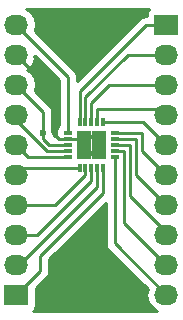
<source format=gbr>
G04 #@! TF.FileFunction,Copper,L1,Top,Signal*
%FSLAX46Y46*%
G04 Gerber Fmt 4.6, Leading zero omitted, Abs format (unit mm)*
G04 Created by KiCad (PCBNEW 0.201505300414+5690~23~ubuntu14.04.1-product) date Sat 27 Jun 2015 05:42:46 PM PDT*
%MOMM*%
G01*
G04 APERTURE LIST*
%ADD10C,0.100000*%
%ADD11R,0.730000X0.300000*%
%ADD12R,0.300000X0.730000*%
%ADD13R,1.250000X1.250000*%
%ADD14R,2.032000X1.727200*%
%ADD15O,2.032000X1.727200*%
%ADD16C,0.600000*%
%ADD17C,0.250000*%
%ADD18C,0.254000*%
G04 APERTURE END LIST*
D10*
D11*
X140275000Y-104410000D03*
X140275000Y-104910000D03*
X140275000Y-105410000D03*
X140275000Y-105910000D03*
X140275000Y-106410000D03*
D12*
X141240000Y-107375000D03*
X141740000Y-107375000D03*
X142240000Y-107375000D03*
X142740000Y-107375000D03*
X143240000Y-107375000D03*
D11*
X144205000Y-106410000D03*
X144205000Y-105910000D03*
X144205000Y-105410000D03*
X144205000Y-104910000D03*
X144205000Y-104410000D03*
D12*
X143240000Y-103445000D03*
X142740000Y-103445000D03*
X142240000Y-103445000D03*
X141740000Y-103445000D03*
X141240000Y-103445000D03*
D13*
X142865000Y-106035000D03*
X142865000Y-104785000D03*
X141615000Y-106035000D03*
X141615000Y-104785000D03*
D14*
X135890000Y-118110000D03*
D15*
X135890000Y-115570000D03*
X135890000Y-113030000D03*
X135890000Y-110490000D03*
X135890000Y-107950000D03*
X135890000Y-105410000D03*
X135890000Y-102870000D03*
X135890000Y-100330000D03*
X135890000Y-97790000D03*
X135890000Y-95250000D03*
D14*
X148590000Y-95250000D03*
D15*
X148590000Y-97790000D03*
X148590000Y-100330000D03*
X148590000Y-102870000D03*
X148590000Y-105410000D03*
X148590000Y-107950000D03*
X148590000Y-110490000D03*
X148590000Y-113030000D03*
X148590000Y-115570000D03*
X148590000Y-118110000D03*
D16*
X138176000Y-104394000D03*
X141224000Y-98044000D03*
X141224000Y-114300000D03*
D17*
X140275000Y-105410000D02*
X138684000Y-105410000D01*
X138176000Y-104902000D02*
X138176000Y-104394000D01*
X138684000Y-105410000D02*
X138176000Y-104902000D01*
X138176000Y-102616000D02*
X135890000Y-100330000D01*
X138176000Y-104394000D02*
X138176000Y-102616000D01*
X140275000Y-99635000D02*
X135890000Y-95250000D01*
X140275000Y-104410000D02*
X140275000Y-99635000D01*
X135890000Y-103320002D02*
X135890000Y-102870000D01*
X138479998Y-105910000D02*
X135890000Y-103320002D01*
X140275000Y-105910000D02*
X138479998Y-105910000D01*
X136890000Y-106410000D02*
X135890000Y-105410000D01*
X140275000Y-106410000D02*
X136890000Y-106410000D01*
X136465000Y-107375000D02*
X135890000Y-107950000D01*
X141240000Y-107375000D02*
X136465000Y-107375000D01*
X141740000Y-107942000D02*
X139192000Y-110490000D01*
X139192000Y-110490000D02*
X135890000Y-110490000D01*
X141740000Y-107375000D02*
X141740000Y-107942000D01*
X142240000Y-108458000D02*
X137668000Y-113030000D01*
X137668000Y-113030000D02*
X135890000Y-113030000D01*
X142240000Y-107375000D02*
X142240000Y-108458000D01*
X136128000Y-115570000D02*
X135890000Y-115570000D01*
X142740000Y-108958000D02*
X136128000Y-115570000D01*
X142740000Y-107375000D02*
X142740000Y-108958000D01*
X143240000Y-109458000D02*
X137922000Y-114776000D01*
X137922000Y-114776000D02*
X137922000Y-116078000D01*
X137922000Y-116078000D02*
X135890000Y-118110000D01*
X143240000Y-107375000D02*
X143240000Y-109458000D01*
X144205000Y-113725000D02*
X148590000Y-118110000D01*
X144205000Y-106410000D02*
X144205000Y-113725000D01*
X145026000Y-105910000D02*
X145034000Y-105918000D01*
X145034000Y-105918000D02*
X145034000Y-112014000D01*
X145034000Y-112014000D02*
X148590000Y-115570000D01*
X144205000Y-105910000D02*
X145026000Y-105910000D01*
X148590000Y-112776000D02*
X148590000Y-113030000D01*
X145542000Y-105410000D02*
X145542000Y-109728000D01*
X145542000Y-109728000D02*
X148590000Y-112776000D01*
X144205000Y-105410000D02*
X145542000Y-105410000D01*
X146042000Y-104910000D02*
X146050000Y-104918000D01*
X146050000Y-104918000D02*
X146050000Y-107950000D01*
X146050000Y-107950000D02*
X148590000Y-110490000D01*
X144205000Y-104910000D02*
X146042000Y-104910000D01*
X146542000Y-104410000D02*
X146558000Y-104426000D01*
X146558000Y-104426000D02*
X146558000Y-105918000D01*
X146558000Y-105918000D02*
X148590000Y-107950000D01*
X144205000Y-104410000D02*
X146542000Y-104410000D01*
X146625000Y-103445000D02*
X148590000Y-105410000D01*
X143240000Y-103445000D02*
X146625000Y-103445000D01*
X148082000Y-102362000D02*
X148590000Y-102870000D01*
X142740000Y-102370000D02*
X142748000Y-102362000D01*
X142748000Y-102362000D02*
X148082000Y-102362000D01*
X142740000Y-103445000D02*
X142740000Y-102370000D01*
X142240000Y-102108000D02*
X142240000Y-101854000D01*
X142240000Y-101854000D02*
X143764000Y-100330000D01*
X143764000Y-100330000D02*
X148590000Y-100330000D01*
X142240000Y-103445000D02*
X142240000Y-102108000D01*
X141740000Y-101354000D02*
X145304000Y-97790000D01*
X145304000Y-97790000D02*
X148590000Y-97790000D01*
X141740000Y-103445000D02*
X141740000Y-101354000D01*
X141240000Y-100854000D02*
X146844000Y-95250000D01*
X146844000Y-95250000D02*
X148590000Y-95250000D01*
X141240000Y-103445000D02*
X141240000Y-100854000D01*
X141490000Y-104910000D02*
X141615000Y-104785000D01*
X140275000Y-104910000D02*
X141490000Y-104910000D01*
X139495998Y-104910000D02*
X138938000Y-104352002D01*
X138938000Y-104352002D02*
X138938000Y-100838000D01*
X138938000Y-100838000D02*
X135890000Y-97790000D01*
X140275000Y-104910000D02*
X139495998Y-104910000D01*
D18*
G36*
X136037000Y-97917000D02*
X136017000Y-97917000D01*
X136017000Y-97937000D01*
X135763000Y-97937000D01*
X135763000Y-97917000D01*
X135743000Y-97917000D01*
X135743000Y-97663000D01*
X135763000Y-97663000D01*
X135763000Y-97643000D01*
X136017000Y-97643000D01*
X136017000Y-97663000D01*
X136037000Y-97663000D01*
X136037000Y-97917000D01*
X136037000Y-97917000D01*
G37*
X136037000Y-97917000D02*
X136017000Y-97917000D01*
X136017000Y-97937000D01*
X135763000Y-97937000D01*
X135763000Y-97917000D01*
X135743000Y-97917000D01*
X135743000Y-97663000D01*
X135763000Y-97663000D01*
X135763000Y-97643000D01*
X136017000Y-97643000D01*
X136017000Y-97663000D01*
X136037000Y-97663000D01*
X136037000Y-97917000D01*
G36*
X139515000Y-103759961D02*
X139455073Y-103799327D01*
X139312623Y-104010360D01*
X139262560Y-104260000D01*
X139262560Y-104560000D01*
X139276264Y-104630636D01*
X139275000Y-104633690D01*
X139275000Y-104650000D01*
X139082103Y-104650000D01*
X139110838Y-104580799D01*
X139111162Y-104208833D01*
X138969117Y-103865057D01*
X138936000Y-103831882D01*
X138936000Y-102616000D01*
X138878148Y-102325161D01*
X138878148Y-102325160D01*
X138713401Y-102078599D01*
X137472381Y-100837579D01*
X137573345Y-100330000D01*
X137459271Y-99756511D01*
X137134415Y-99270330D01*
X136824930Y-99063539D01*
X137240732Y-98692036D01*
X137494709Y-98164791D01*
X137497358Y-98149026D01*
X137376218Y-97917002D01*
X137482200Y-97917002D01*
X139515000Y-99949802D01*
X139515000Y-103759961D01*
X139515000Y-103759961D01*
G37*
X139515000Y-103759961D02*
X139455073Y-103799327D01*
X139312623Y-104010360D01*
X139262560Y-104260000D01*
X139262560Y-104560000D01*
X139276264Y-104630636D01*
X139275000Y-104633690D01*
X139275000Y-104650000D01*
X139082103Y-104650000D01*
X139110838Y-104580799D01*
X139111162Y-104208833D01*
X138969117Y-103865057D01*
X138936000Y-103831882D01*
X138936000Y-102616000D01*
X138878148Y-102325161D01*
X138878148Y-102325160D01*
X138713401Y-102078599D01*
X137472381Y-100837579D01*
X137573345Y-100330000D01*
X137459271Y-99756511D01*
X137134415Y-99270330D01*
X136824930Y-99063539D01*
X137240732Y-98692036D01*
X137494709Y-98164791D01*
X137497358Y-98149026D01*
X137376218Y-97917002D01*
X137482200Y-97917002D01*
X139515000Y-99949802D01*
X139515000Y-103759961D01*
G36*
X143012000Y-106162000D02*
X142992000Y-106162000D01*
X142992000Y-106182000D01*
X142875000Y-106182000D01*
X142875000Y-105749250D01*
X142875000Y-105536310D01*
X142875000Y-105536309D01*
X142875000Y-105283691D01*
X142875000Y-105283690D01*
X142875000Y-105070750D01*
X142738000Y-104933750D01*
X142738000Y-104912000D01*
X142716250Y-104912000D01*
X142579250Y-104775000D01*
X142366309Y-104775000D01*
X142113691Y-104775000D01*
X141900750Y-104775000D01*
X141763750Y-104912000D01*
X141742000Y-104912000D01*
X141742000Y-104933750D01*
X141605000Y-105070750D01*
X141605000Y-105283690D01*
X141605000Y-105283691D01*
X141605000Y-105536309D01*
X141605000Y-105536310D01*
X141605000Y-105749250D01*
X141742000Y-105886250D01*
X141742000Y-105908000D01*
X141763750Y-105908000D01*
X141900750Y-106045000D01*
X142113691Y-106045000D01*
X142366309Y-106045000D01*
X142579250Y-106045000D01*
X142716250Y-105908000D01*
X142738000Y-105908000D01*
X142738000Y-105886250D01*
X142875000Y-105749250D01*
X142875000Y-106182000D01*
X142738000Y-106182000D01*
X142738000Y-106162000D01*
X142716250Y-106162000D01*
X141763750Y-106162000D01*
X141742000Y-106162000D01*
X141742000Y-106182000D01*
X141488000Y-106182000D01*
X141488000Y-106162000D01*
X141468000Y-106162000D01*
X141468000Y-105908000D01*
X141488000Y-105908000D01*
X141488000Y-105886250D01*
X141488000Y-104933750D01*
X141488000Y-104912000D01*
X141468000Y-104912000D01*
X141468000Y-104658000D01*
X141488000Y-104658000D01*
X141488000Y-104638000D01*
X141742000Y-104638000D01*
X141742000Y-104658000D01*
X141763750Y-104658000D01*
X142716250Y-104658000D01*
X142738000Y-104658000D01*
X142738000Y-104638000D01*
X142992000Y-104638000D01*
X142992000Y-104658000D01*
X143012000Y-104658000D01*
X143012000Y-104912000D01*
X142992000Y-104912000D01*
X142992000Y-104933750D01*
X142992000Y-105886250D01*
X142992000Y-105908000D01*
X143012000Y-105908000D01*
X143012000Y-106162000D01*
X143012000Y-106162000D01*
G37*
X143012000Y-106162000D02*
X142992000Y-106162000D01*
X142992000Y-106182000D01*
X142875000Y-106182000D01*
X142875000Y-105749250D01*
X142875000Y-105536310D01*
X142875000Y-105536309D01*
X142875000Y-105283691D01*
X142875000Y-105283690D01*
X142875000Y-105070750D01*
X142738000Y-104933750D01*
X142738000Y-104912000D01*
X142716250Y-104912000D01*
X142579250Y-104775000D01*
X142366309Y-104775000D01*
X142113691Y-104775000D01*
X141900750Y-104775000D01*
X141763750Y-104912000D01*
X141742000Y-104912000D01*
X141742000Y-104933750D01*
X141605000Y-105070750D01*
X141605000Y-105283690D01*
X141605000Y-105283691D01*
X141605000Y-105536309D01*
X141605000Y-105536310D01*
X141605000Y-105749250D01*
X141742000Y-105886250D01*
X141742000Y-105908000D01*
X141763750Y-105908000D01*
X141900750Y-106045000D01*
X142113691Y-106045000D01*
X142366309Y-106045000D01*
X142579250Y-106045000D01*
X142716250Y-105908000D01*
X142738000Y-105908000D01*
X142738000Y-105886250D01*
X142875000Y-105749250D01*
X142875000Y-106182000D01*
X142738000Y-106182000D01*
X142738000Y-106162000D01*
X142716250Y-106162000D01*
X141763750Y-106162000D01*
X141742000Y-106162000D01*
X141742000Y-106182000D01*
X141488000Y-106182000D01*
X141488000Y-106162000D01*
X141468000Y-106162000D01*
X141468000Y-105908000D01*
X141488000Y-105908000D01*
X141488000Y-105886250D01*
X141488000Y-104933750D01*
X141488000Y-104912000D01*
X141468000Y-104912000D01*
X141468000Y-104658000D01*
X141488000Y-104658000D01*
X141488000Y-104638000D01*
X141742000Y-104638000D01*
X141742000Y-104658000D01*
X141763750Y-104658000D01*
X142716250Y-104658000D01*
X142738000Y-104658000D01*
X142738000Y-104638000D01*
X142992000Y-104638000D01*
X142992000Y-104658000D01*
X143012000Y-104658000D01*
X143012000Y-104912000D01*
X142992000Y-104912000D01*
X142992000Y-104933750D01*
X142992000Y-105886250D01*
X142992000Y-105908000D01*
X143012000Y-105908000D01*
X143012000Y-106162000D01*
G36*
X147153670Y-93903000D02*
X147119073Y-93925727D01*
X146976623Y-94136760D01*
X146926560Y-94386400D01*
X146926560Y-94490000D01*
X146844000Y-94490000D01*
X146553161Y-94547852D01*
X146306599Y-94712599D01*
X141035000Y-99984198D01*
X141035000Y-99635000D01*
X140986746Y-99392413D01*
X140977148Y-99344161D01*
X140977148Y-99344160D01*
X140812401Y-99097599D01*
X137472381Y-95757579D01*
X137573345Y-95250000D01*
X137459271Y-94676511D01*
X137134415Y-94190330D01*
X136704395Y-93903000D01*
X147153670Y-93903000D01*
X147153670Y-93903000D01*
G37*
X147153670Y-93903000D02*
X147119073Y-93925727D01*
X146976623Y-94136760D01*
X146926560Y-94386400D01*
X146926560Y-94490000D01*
X146844000Y-94490000D01*
X146553161Y-94547852D01*
X146306599Y-94712599D01*
X141035000Y-99984198D01*
X141035000Y-99635000D01*
X140986746Y-99392413D01*
X140977148Y-99344161D01*
X140977148Y-99344160D01*
X140812401Y-99097599D01*
X137472381Y-95757579D01*
X137573345Y-95250000D01*
X137459271Y-94676511D01*
X137134415Y-94190330D01*
X136704395Y-93903000D01*
X147153670Y-93903000D01*
G36*
X147775604Y-119457000D02*
X137326329Y-119457000D01*
X137360927Y-119434273D01*
X137503377Y-119223240D01*
X137553440Y-118973600D01*
X137553440Y-117521362D01*
X138459401Y-116615401D01*
X138624148Y-116368839D01*
X138682000Y-116078000D01*
X138682000Y-115090802D01*
X143445000Y-110327802D01*
X143445000Y-113725000D01*
X143502852Y-114015839D01*
X143667599Y-114262401D01*
X147007618Y-117602420D01*
X146906655Y-118110000D01*
X147020729Y-118683489D01*
X147345585Y-119169670D01*
X147775604Y-119457000D01*
X147775604Y-119457000D01*
G37*
X147775604Y-119457000D02*
X137326329Y-119457000D01*
X137360927Y-119434273D01*
X137503377Y-119223240D01*
X137553440Y-118973600D01*
X137553440Y-117521362D01*
X138459401Y-116615401D01*
X138624148Y-116368839D01*
X138682000Y-116078000D01*
X138682000Y-115090802D01*
X143445000Y-110327802D01*
X143445000Y-113725000D01*
X143502852Y-114015839D01*
X143667599Y-114262401D01*
X147007618Y-117602420D01*
X146906655Y-118110000D01*
X147020729Y-118683489D01*
X147345585Y-119169670D01*
X147775604Y-119457000D01*
M02*

</source>
